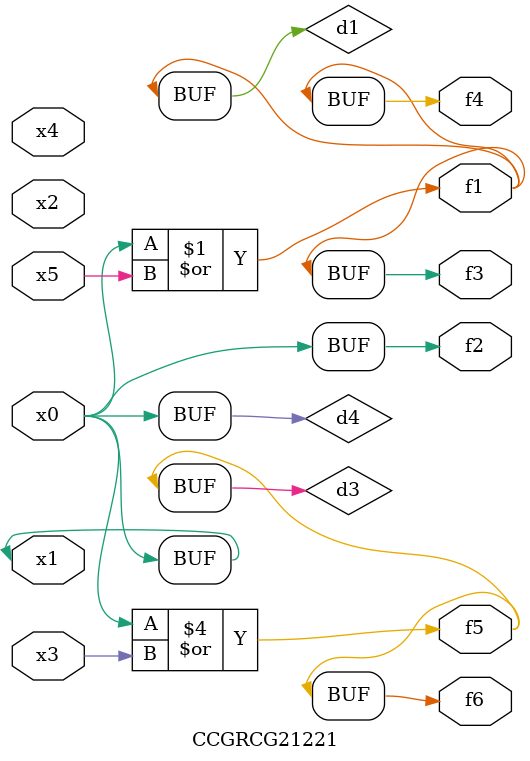
<source format=v>
module CCGRCG21221(
	input x0, x1, x2, x3, x4, x5,
	output f1, f2, f3, f4, f5, f6
);

	wire d1, d2, d3, d4;

	or (d1, x0, x5);
	xnor (d2, x1, x4);
	or (d3, x0, x3);
	buf (d4, x0, x1);
	assign f1 = d1;
	assign f2 = d4;
	assign f3 = d1;
	assign f4 = d1;
	assign f5 = d3;
	assign f6 = d3;
endmodule

</source>
